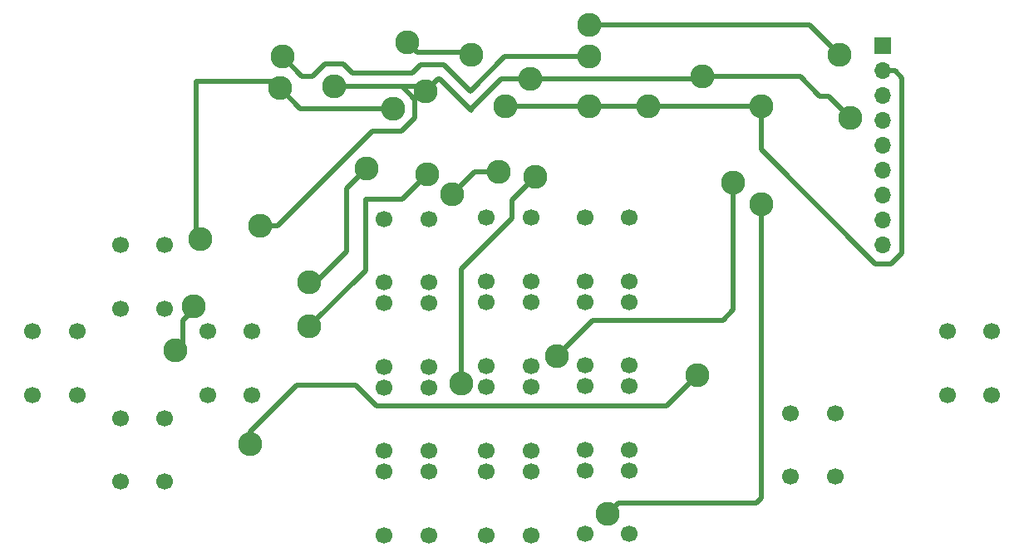
<source format=gbl>
G04 #@! TF.GenerationSoftware,KiCad,Pcbnew,8.0.3*
G04 #@! TF.CreationDate,2024-07-30T16:09:55+10:00*
G04 #@! TF.ProjectId,colecovision_controller,636f6c65-636f-4766-9973-696f6e5f636f,rev?*
G04 #@! TF.SameCoordinates,Original*
G04 #@! TF.FileFunction,Copper,L2,Bot*
G04 #@! TF.FilePolarity,Positive*
%FSLAX46Y46*%
G04 Gerber Fmt 4.6, Leading zero omitted, Abs format (unit mm)*
G04 Created by KiCad (PCBNEW 8.0.3) date 2024-07-30 16:09:55*
%MOMM*%
%LPD*%
G01*
G04 APERTURE LIST*
G04 #@! TA.AperFunction,ComponentPad*
%ADD10C,1.700000*%
G04 #@! TD*
G04 #@! TA.AperFunction,ComponentPad*
%ADD11R,1.700000X1.700000*%
G04 #@! TD*
G04 #@! TA.AperFunction,ComponentPad*
%ADD12O,1.700000X1.700000*%
G04 #@! TD*
G04 #@! TA.AperFunction,ViaPad*
%ADD13C,2.438400*%
G04 #@! TD*
G04 #@! TA.AperFunction,Conductor*
%ADD14C,0.533400*%
G04 #@! TD*
G04 APERTURE END LIST*
D10*
X169418000Y-120015000D03*
X169418000Y-113515000D03*
X173918000Y-120015000D03*
X173918000Y-113515000D03*
X189865000Y-105172000D03*
X189865000Y-111672000D03*
X185365000Y-105172000D03*
X185365000Y-111672000D03*
X101128000Y-120523000D03*
X101128000Y-114023000D03*
X105628000Y-120523000D03*
X105628000Y-114023000D03*
X101128000Y-102870000D03*
X101128000Y-96370000D03*
X105628000Y-102870000D03*
X105628000Y-96370000D03*
X148463000Y-100076000D03*
X148463000Y-93576000D03*
X152963000Y-100076000D03*
X152963000Y-93576000D03*
X148463000Y-117263332D03*
X148463000Y-110763332D03*
X152963000Y-117263332D03*
X152963000Y-110763332D03*
X148463000Y-125857000D03*
X148463000Y-119357000D03*
X152963000Y-125857000D03*
X152963000Y-119357000D03*
X138430000Y-125984000D03*
X138430000Y-119484000D03*
X142930000Y-125984000D03*
X142930000Y-119484000D03*
X128016000Y-108796666D03*
X128016000Y-102296666D03*
X132516000Y-108796666D03*
X132516000Y-102296666D03*
X128016000Y-100203000D03*
X128016000Y-93703000D03*
X132516000Y-100203000D03*
X132516000Y-93703000D03*
X128016000Y-117390332D03*
X128016000Y-110890332D03*
X132516000Y-117390332D03*
X132516000Y-110890332D03*
X148463000Y-108669666D03*
X148463000Y-102169666D03*
X152963000Y-108669666D03*
X152963000Y-102169666D03*
X138430000Y-117348000D03*
X138430000Y-110848000D03*
X142930000Y-117348000D03*
X142930000Y-110848000D03*
D11*
X178816000Y-76073000D03*
D12*
X178816000Y-78613000D03*
X178816000Y-81153000D03*
X178816000Y-83693000D03*
X178816000Y-86233000D03*
X178816000Y-88773000D03*
X178816000Y-91313000D03*
X178816000Y-93853000D03*
X178816000Y-96393000D03*
D10*
X92202000Y-111672000D03*
X92202000Y-105172000D03*
X96702000Y-111672000D03*
X96702000Y-105172000D03*
X138430000Y-100076000D03*
X138430000Y-93576000D03*
X142930000Y-100076000D03*
X142930000Y-93576000D03*
X138430000Y-108712000D03*
X138430000Y-102212000D03*
X142930000Y-108712000D03*
X142930000Y-102212000D03*
X128016000Y-125984000D03*
X128016000Y-119484000D03*
X132516000Y-125984000D03*
X132516000Y-119484000D03*
X114554000Y-105172000D03*
X114554000Y-111672000D03*
X110054000Y-105172000D03*
X110054000Y-111672000D03*
D13*
X136884000Y-76952300D03*
X130384000Y-75675000D03*
X140384000Y-82175000D03*
X148884000Y-82175000D03*
X148884000Y-73894950D03*
X174384000Y-76948300D03*
X120384000Y-100175000D03*
X126193031Y-88580901D03*
X132365072Y-89159857D03*
X120384000Y-104675000D03*
X134884000Y-91175000D03*
X139694966Y-88864034D03*
X128884000Y-82448300D03*
X117367366Y-80391306D03*
X166384000Y-92175000D03*
X145609686Y-107722322D03*
X163563031Y-89977901D03*
X150765900Y-123774316D03*
X154884000Y-82175000D03*
X166384000Y-82175000D03*
X135884000Y-110521132D03*
X143384000Y-89398600D03*
X109276534Y-95782466D03*
X160384000Y-79175000D03*
X142884000Y-79448300D03*
X132219700Y-80675000D03*
X175491466Y-83426300D03*
X148884000Y-77175000D03*
X117614700Y-77175000D03*
X159884000Y-109675000D03*
X114384000Y-116675000D03*
X108621118Y-102648186D03*
X106705725Y-107119213D03*
X122884000Y-80175000D03*
X115384000Y-94448300D03*
D14*
X114384000Y-115425000D02*
X114384000Y-116675000D01*
X119134000Y-110675000D02*
X114384000Y-115425000D01*
X125107863Y-110675000D02*
X119134000Y-110675000D01*
X127227295Y-112794432D02*
X125107863Y-110675000D01*
X156764568Y-112794432D02*
X127227295Y-112794432D01*
X159884000Y-109675000D02*
X156764568Y-112794432D01*
X162485234Y-104073766D02*
X149258242Y-104073766D01*
X149258242Y-104073766D02*
X145609686Y-107722322D01*
X163563031Y-89977901D02*
X163563031Y-102995969D01*
X163563031Y-102995969D02*
X162485234Y-104073766D01*
X165884000Y-122675000D02*
X151865216Y-122675000D01*
X166384000Y-122175000D02*
X165884000Y-122675000D01*
X151865216Y-122675000D02*
X150765900Y-123774316D01*
X166384000Y-92175000D02*
X166384000Y-122175000D01*
X129825632Y-80175000D02*
X122884000Y-80175000D01*
X131157300Y-83389932D02*
X131157300Y-81506668D01*
X129778132Y-84769100D02*
X131157300Y-83389932D01*
X126789900Y-84769100D02*
X129778132Y-84769100D01*
X117110700Y-94448300D02*
X126789900Y-84769100D01*
X115384000Y-94448300D02*
X117110700Y-94448300D01*
X131157300Y-81506668D02*
X129825632Y-80175000D01*
X136606700Y-76675000D02*
X136884000Y-76952300D01*
X131384000Y-76675000D02*
X136606700Y-76675000D01*
X130384000Y-75675000D02*
X131384000Y-76675000D01*
X136776534Y-80699640D02*
X140301174Y-77175000D01*
X140301174Y-77175000D02*
X148884000Y-77175000D01*
X134072694Y-77995800D02*
X136776534Y-80699640D01*
X130825568Y-78854200D02*
X131683968Y-77995800D01*
X131683968Y-77995800D02*
X134072694Y-77995800D01*
X123825632Y-77901700D02*
X124778132Y-78854200D01*
X121942368Y-77901700D02*
X123825632Y-77901700D01*
X119614700Y-79175000D02*
X120669068Y-79175000D01*
X120669068Y-79175000D02*
X121942368Y-77901700D01*
X117614700Y-77175000D02*
X119614700Y-79175000D01*
X124778132Y-78854200D02*
X130825568Y-78854200D01*
X139895768Y-79448300D02*
X142884000Y-79448300D01*
X136884000Y-82460068D02*
X139895768Y-79448300D01*
X136884000Y-82675000D02*
X136884000Y-82460068D01*
X133446400Y-79448300D02*
X132219700Y-80675000D01*
X133657300Y-79448300D02*
X133446400Y-79448300D01*
X136884000Y-82675000D02*
X133657300Y-79448300D01*
X132219700Y-80675000D02*
X131719700Y-80175000D01*
X131719700Y-80175000D02*
X122884000Y-80175000D01*
X140384000Y-82175000D02*
X148884000Y-82175000D01*
X148884000Y-82175000D02*
X154884000Y-82175000D01*
X171330650Y-73894950D02*
X148884000Y-73894950D01*
X174384000Y-76948300D02*
X171330650Y-73894950D01*
X172384000Y-81175000D02*
X170384000Y-79175000D01*
X173240166Y-81175000D02*
X172384000Y-81175000D01*
X170384000Y-79175000D02*
X160384000Y-79175000D01*
X175491466Y-83426300D02*
X173240166Y-81175000D01*
X124205700Y-90568232D02*
X124205700Y-96989583D01*
X126193031Y-88580901D02*
X124205700Y-90568232D01*
X121020283Y-100175000D02*
X120384000Y-100175000D01*
X124205700Y-96989583D02*
X121020283Y-100175000D01*
X126111900Y-98947100D02*
X120384000Y-104675000D01*
X126111900Y-91675000D02*
X126111900Y-98947100D01*
X129849929Y-91675000D02*
X126111900Y-91675000D01*
X132365072Y-89159857D02*
X129849929Y-91675000D01*
X134884000Y-91175000D02*
X137194966Y-88864034D01*
X137194966Y-88864034D02*
X139694966Y-88864034D01*
X135884000Y-98814805D02*
X135884000Y-110521132D01*
X141025900Y-93672905D02*
X135884000Y-98814805D01*
X141025900Y-91756700D02*
X141025900Y-93672905D01*
X143384000Y-89398600D02*
X141025900Y-91756700D01*
X119424360Y-82448300D02*
X128884000Y-82448300D01*
X117367366Y-80391306D02*
X119424360Y-82448300D01*
X116651060Y-79675000D02*
X117367366Y-80391306D01*
X108884000Y-79675000D02*
X116651060Y-79675000D01*
X108884000Y-95389932D02*
X108884000Y-79675000D01*
X109276534Y-95782466D02*
X108884000Y-95389932D01*
X166384000Y-82175000D02*
X154884000Y-82175000D01*
X166384000Y-86653805D02*
X166384000Y-82175000D01*
X178027295Y-98297100D02*
X166384000Y-86653805D01*
X179604705Y-98297100D02*
X178027295Y-98297100D01*
X180720100Y-97181705D02*
X179604705Y-98297100D01*
X180720100Y-79315019D02*
X180720100Y-97181705D01*
X180018081Y-78613000D02*
X180720100Y-79315019D01*
X178816000Y-78613000D02*
X180018081Y-78613000D01*
X160110700Y-79448300D02*
X142884000Y-79448300D01*
X160384000Y-79175000D02*
X160110700Y-79448300D01*
X108621118Y-102937882D02*
X108621118Y-102648186D01*
X107532100Y-106292838D02*
X107532100Y-104026900D01*
X106705725Y-107119213D02*
X107532100Y-106292838D01*
X107532100Y-104026900D02*
X108621118Y-102937882D01*
M02*

</source>
